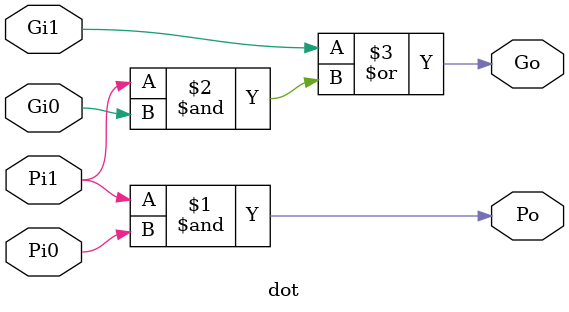
<source format=sv>
module KS_Adder(A,B,Ci,Co,S);
input  [15:0]A;
input  [15:0]B;
input  Ci;
output Co;
output [15:0]S;

wire   [16:0]C;
assign C[0]=Ci;
assign Co=C[16];

wire P_0_0,G_0_0;
wire P_1_1,G_1_1;
wire P_2_2,G_2_2;
wire P_3_3,G_3_3;
wire P_4_4,G_4_4;
wire P_5_5,G_5_5;
wire P_6_6,G_6_6;
wire P_7_7,G_7_7;
wire P_8_8,G_8_8;
wire P_9_9,G_9_9;
wire P_10_10,G_10_10;
wire P_11_11,G_11_11;
wire P_12_12,G_12_12;
wire P_13_13,G_13_13;
wire P_14_14,G_14_14;
wire P_15_15,G_15_15;
wire P_1_0,G_1_0;
wire P_2_1,G_2_1;
wire P_2_0,G_2_0;
wire P_3_2,G_3_2;
wire P_3_0,G_3_0;
wire P_4_3,G_4_3;
wire P_4_1,G_4_1;
wire P_4_0,G_4_0;
wire P_5_4,G_5_4;
wire P_5_2,G_5_2;
wire P_5_0,G_5_0;
wire P_6_5,G_6_5;
wire P_6_3,G_6_3;
wire P_6_0,G_6_0;
wire P_7_6,G_7_6;
wire P_7_4,G_7_4;
wire P_7_0,G_7_0;
wire P_8_7,G_8_7;
wire P_8_5,G_8_5;
wire P_8_1,G_8_1;
wire P_8_0,G_8_0;
wire P_9_8,G_9_8;
wire P_9_6,G_9_6;
wire P_9_2,G_9_2;
wire P_9_0,G_9_0;
wire P_10_9,G_10_9;
wire P_10_7,G_10_7;
wire P_10_3,G_10_3;
wire P_10_0,G_10_0;
wire P_11_10,G_11_10;
wire P_11_8,G_11_8;
wire P_11_4,G_11_4;
wire P_11_0,G_11_0;
wire P_12_11,G_12_11;
wire P_12_9,G_12_9;
wire P_12_5,G_12_5;
wire P_12_0,G_12_0;
wire P_13_12,G_13_12;
wire P_13_10,G_13_10;
wire P_13_6,G_13_6;
wire P_13_0,G_13_0;
wire P_14_13,G_14_13;
wire P_14_11,G_14_11;
wire P_14_7,G_14_7;
wire P_14_0,G_14_0;
wire P_15_14,G_15_14;
wire P_15_12,G_15_12;
wire P_15_8,G_15_8;
wire P_15_0,G_15_0;

assign P_0_0 = A[0] ^ B[0];
assign P_1_1 = A[1] ^ B[1];
assign P_2_2 = A[2] ^ B[2];
assign P_3_3 = A[3] ^ B[3];
assign P_4_4 = A[4] ^ B[4];
assign P_5_5 = A[5] ^ B[5];
assign P_6_6 = A[6] ^ B[6];
assign P_7_7 = A[7] ^ B[7];
assign P_8_8 = A[8] ^ B[8];
assign P_9_9 = A[9] ^ B[9];
assign P_10_10 = A[10] ^ B[10];
assign P_11_11 = A[11] ^ B[11];
assign P_12_12 = A[12] ^ B[12];
assign P_13_13 = A[13] ^ B[13];
assign P_14_14 = A[14] ^ B[14];
assign P_15_15 = A[15] ^ B[15];
assign G_0_0 = A[0] & B[0];
assign G_1_1 = A[1] & B[1];
assign G_2_2 = A[2] & B[2];
assign G_3_3 = A[3] & B[3];
assign G_4_4 = A[4] & B[4];
assign G_5_5 = A[5] & B[5];
assign G_6_6 = A[6] & B[6];
assign G_7_7 = A[7] & B[7];
assign G_8_8 = A[8] & B[8];
assign G_9_9 = A[9] & B[9];
assign G_10_10 = A[10] & B[10];
assign G_11_11 = A[11] & B[11];
assign G_12_12 = A[12] & B[12];
assign G_13_13 = A[13] & B[13];
assign G_14_14 = A[14] & B[14];
assign G_15_15 = A[15] & B[15];

dot dot_1_0(.Pi1(P_1_1),.Gi1(G_1_1),.Pi0(P_0_0),.Gi0(G_0_0),.Po(P_1_0),.Go(G_1_0));
dot dot_2_1(.Pi1(P_2_2),.Gi1(G_2_2),.Pi0(P_1_1),.Gi0(G_1_1),.Po(P_2_1),.Go(G_2_1));
dot dot_2_0(.Pi1(P_2_1),.Gi1(G_2_1),.Pi0(P_0_0),.Gi0(G_0_0),.Po(P_2_0),.Go(G_2_0));
dot dot_3_2(.Pi1(P_3_3),.Gi1(G_3_3),.Pi0(P_2_2),.Gi0(G_2_2),.Po(P_3_2),.Go(G_3_2));
dot dot_3_0(.Pi1(P_3_2),.Gi1(G_3_2),.Pi0(P_1_0),.Gi0(G_1_0),.Po(P_3_0),.Go(G_3_0));
dot dot_4_3(.Pi1(P_4_4),.Gi1(G_4_4),.Pi0(P_3_3),.Gi0(G_3_3),.Po(P_4_3),.Go(G_4_3));
dot dot_4_1(.Pi1(P_4_3),.Gi1(G_4_3),.Pi0(P_2_1),.Gi0(G_2_1),.Po(P_4_1),.Go(G_4_1));
dot dot_4_0(.Pi1(P_4_1),.Gi1(G_4_1),.Pi0(P_0_0),.Gi0(G_0_0),.Po(P_4_0),.Go(G_4_0));
dot dot_5_4(.Pi1(P_5_5),.Gi1(G_5_5),.Pi0(P_4_4),.Gi0(G_4_4),.Po(P_5_4),.Go(G_5_4));
dot dot_5_2(.Pi1(P_5_4),.Gi1(G_5_4),.Pi0(P_3_2),.Gi0(G_3_2),.Po(P_5_2),.Go(G_5_2));
dot dot_5_0(.Pi1(P_5_2),.Gi1(G_5_2),.Pi0(P_1_0),.Gi0(G_1_0),.Po(P_5_0),.Go(G_5_0));
dot dot_6_5(.Pi1(P_6_6),.Gi1(G_6_6),.Pi0(P_5_5),.Gi0(G_5_5),.Po(P_6_5),.Go(G_6_5));
dot dot_6_3(.Pi1(P_6_5),.Gi1(G_6_5),.Pi0(P_4_3),.Gi0(G_4_3),.Po(P_6_3),.Go(G_6_3));
dot dot_6_0(.Pi1(P_6_3),.Gi1(G_6_3),.Pi0(P_2_0),.Gi0(G_2_0),.Po(P_6_0),.Go(G_6_0));
dot dot_7_6(.Pi1(P_7_7),.Gi1(G_7_7),.Pi0(P_6_6),.Gi0(G_6_6),.Po(P_7_6),.Go(G_7_6));
dot dot_7_4(.Pi1(P_7_6),.Gi1(G_7_6),.Pi0(P_5_4),.Gi0(G_5_4),.Po(P_7_4),.Go(G_7_4));
dot dot_7_0(.Pi1(P_7_4),.Gi1(G_7_4),.Pi0(P_3_0),.Gi0(G_3_0),.Po(P_7_0),.Go(G_7_0));
dot dot_8_7(.Pi1(P_8_8),.Gi1(G_8_8),.Pi0(P_7_7),.Gi0(G_7_7),.Po(P_8_7),.Go(G_8_7));
dot dot_8_5(.Pi1(P_8_7),.Gi1(G_8_7),.Pi0(P_6_5),.Gi0(G_6_5),.Po(P_8_5),.Go(G_8_5));
dot dot_8_1(.Pi1(P_8_5),.Gi1(G_8_5),.Pi0(P_4_1),.Gi0(G_4_1),.Po(P_8_1),.Go(G_8_1));
dot dot_8_0(.Pi1(P_8_1),.Gi1(G_8_1),.Pi0(P_0_0),.Gi0(G_0_0),.Po(P_8_0),.Go(G_8_0));
dot dot_9_8(.Pi1(P_9_9),.Gi1(G_9_9),.Pi0(P_8_8),.Gi0(G_8_8),.Po(P_9_8),.Go(G_9_8));
dot dot_9_6(.Pi1(P_9_8),.Gi1(G_9_8),.Pi0(P_7_6),.Gi0(G_7_6),.Po(P_9_6),.Go(G_9_6));
dot dot_9_2(.Pi1(P_9_6),.Gi1(G_9_6),.Pi0(P_5_2),.Gi0(G_5_2),.Po(P_9_2),.Go(G_9_2));
dot dot_9_0(.Pi1(P_9_2),.Gi1(G_9_2),.Pi0(P_1_0),.Gi0(G_1_0),.Po(P_9_0),.Go(G_9_0));
dot dot_10_9(.Pi1(P_10_10),.Gi1(G_10_10),.Pi0(P_9_9),.Gi0(G_9_9),.Po(P_10_9),.Go(G_10_9));
dot dot_10_7(.Pi1(P_10_9),.Gi1(G_10_9),.Pi0(P_8_7),.Gi0(G_8_7),.Po(P_10_7),.Go(G_10_7));
dot dot_10_3(.Pi1(P_10_7),.Gi1(G_10_7),.Pi0(P_6_3),.Gi0(G_6_3),.Po(P_10_3),.Go(G_10_3));
dot dot_10_0(.Pi1(P_10_3),.Gi1(G_10_3),.Pi0(P_2_0),.Gi0(G_2_0),.Po(P_10_0),.Go(G_10_0));
dot dot_11_10(.Pi1(P_11_11),.Gi1(G_11_11),.Pi0(P_10_10),.Gi0(G_10_10),.Po(P_11_10),.Go(G_11_10));
dot dot_11_8(.Pi1(P_11_10),.Gi1(G_11_10),.Pi0(P_9_8),.Gi0(G_9_8),.Po(P_11_8),.Go(G_11_8));
dot dot_11_4(.Pi1(P_11_8),.Gi1(G_11_8),.Pi0(P_7_4),.Gi0(G_7_4),.Po(P_11_4),.Go(G_11_4));
dot dot_11_0(.Pi1(P_11_4),.Gi1(G_11_4),.Pi0(P_3_0),.Gi0(G_3_0),.Po(P_11_0),.Go(G_11_0));
dot dot_12_11(.Pi1(P_12_12),.Gi1(G_12_12),.Pi0(P_11_11),.Gi0(G_11_11),.Po(P_12_11),.Go(G_12_11));
dot dot_12_9(.Pi1(P_12_11),.Gi1(G_12_11),.Pi0(P_10_9),.Gi0(G_10_9),.Po(P_12_9),.Go(G_12_9));
dot dot_12_5(.Pi1(P_12_9),.Gi1(G_12_9),.Pi0(P_8_5),.Gi0(G_8_5),.Po(P_12_5),.Go(G_12_5));
dot dot_12_0(.Pi1(P_12_5),.Gi1(G_12_5),.Pi0(P_4_0),.Gi0(G_4_0),.Po(P_12_0),.Go(G_12_0));
dot dot_13_12(.Pi1(P_13_13),.Gi1(G_13_13),.Pi0(P_12_12),.Gi0(G_12_12),.Po(P_13_12),.Go(G_13_12));
dot dot_13_10(.Pi1(P_13_12),.Gi1(G_13_12),.Pi0(P_11_10),.Gi0(G_11_10),.Po(P_13_10),.Go(G_13_10));
dot dot_13_6(.Pi1(P_13_10),.Gi1(G_13_10),.Pi0(P_9_6),.Gi0(G_9_6),.Po(P_13_6),.Go(G_13_6));
dot dot_13_0(.Pi1(P_13_6),.Gi1(G_13_6),.Pi0(P_5_0),.Gi0(G_5_0),.Po(P_13_0),.Go(G_13_0));
dot dot_14_13(.Pi1(P_14_14),.Gi1(G_14_14),.Pi0(P_13_13),.Gi0(G_13_13),.Po(P_14_13),.Go(G_14_13));
dot dot_14_11(.Pi1(P_14_13),.Gi1(G_14_13),.Pi0(P_12_11),.Gi0(G_12_11),.Po(P_14_11),.Go(G_14_11));
dot dot_14_7(.Pi1(P_14_11),.Gi1(G_14_11),.Pi0(P_10_7),.Gi0(G_10_7),.Po(P_14_7),.Go(G_14_7));
dot dot_14_0(.Pi1(P_14_7),.Gi1(G_14_7),.Pi0(P_6_0),.Gi0(G_6_0),.Po(P_14_0),.Go(G_14_0));
dot dot_15_14(.Pi1(P_15_15),.Gi1(G_15_15),.Pi0(P_14_14),.Gi0(G_14_14),.Po(P_15_14),.Go(G_15_14));
dot dot_15_12(.Pi1(P_15_14),.Gi1(G_15_14),.Pi0(P_13_12),.Gi0(G_13_12),.Po(P_15_12),.Go(G_15_12));
dot dot_15_8(.Pi1(P_15_12),.Gi1(G_15_12),.Pi0(P_11_8),.Gi0(G_11_8),.Po(P_15_8),.Go(G_15_8));
dot dot_15_0(.Pi1(P_15_8),.Gi1(G_15_8),.Pi0(P_7_0),.Gi0(G_7_0),.Po(P_15_0),.Go(G_15_0));

assign C[1] = G_0_0 | (P_0_0 & C[0]);
assign C[2] = G_1_0 | (P_1_0 & C[0]);
assign C[3] = G_2_0 | (P_2_0 & C[0]);
assign C[4] = G_3_0 | (P_3_0 & C[0]);
assign C[5] = G_4_0 | (P_4_0 & C[0]);
assign C[6] = G_5_0 | (P_5_0 & C[0]);
assign C[7] = G_6_0 | (P_6_0 & C[0]);
assign C[8] = G_7_0 | (P_7_0 & C[0]);
assign C[9] = G_8_0 | (P_8_0 & C[0]);
assign C[10] = G_9_0 | (P_9_0 & C[0]);
assign C[11] = G_10_0 | (P_10_0 & C[0]);
assign C[12] = G_11_0 | (P_11_0 & C[0]);
assign C[13] = G_12_0 | (P_12_0 & C[0]);
assign C[14] = G_13_0 | (P_13_0 & C[0]);
assign C[15] = G_14_0 | (P_14_0 & C[0]);
assign C[16] = G_15_0 | (P_15_0 & C[0]);

assign S[0] = P_0_0 ^ C[0];
assign S[1] = P_1_1 ^ C[1];
assign S[2] = P_2_2 ^ C[2];
assign S[3] = P_3_3 ^ C[3];
assign S[4] = P_4_4 ^ C[4];
assign S[5] = P_5_5 ^ C[5];
assign S[6] = P_6_6 ^ C[6];
assign S[7] = P_7_7 ^ C[7];
assign S[8] = P_8_8 ^ C[8];
assign S[9] = P_9_9 ^ C[9];
assign S[10] = P_10_10 ^ C[10];
assign S[11] = P_11_11 ^ C[11];
assign S[12] = P_12_12 ^ C[12];
assign S[13] = P_13_13 ^ C[13];
assign S[14] = P_14_14 ^ C[14];
assign S[15] = P_15_15 ^ C[15];

endmodule

module dot(Pi1,Gi1,Pi0,Gi0,Po,Go);
//P"i:j" = P"i:m" & P"m-1:j"
//G"i:j" = G"i:m" | P"i:m" & G"m-i:j"
//Pi0: P"m-1:j"
//Gi0: G"m-1:j"
//Pi1: P"i:m"
//Gi1: G"i:m"
//Po:  P"i:j"
//Go:  G"i:j"
input  Pi0,Gi0,Pi1,Gi1;
output Po,Go;

assign Po = Pi1 & Pi0;
assign Go = Gi1 | (Pi1 & Gi0);
endmodule

</source>
